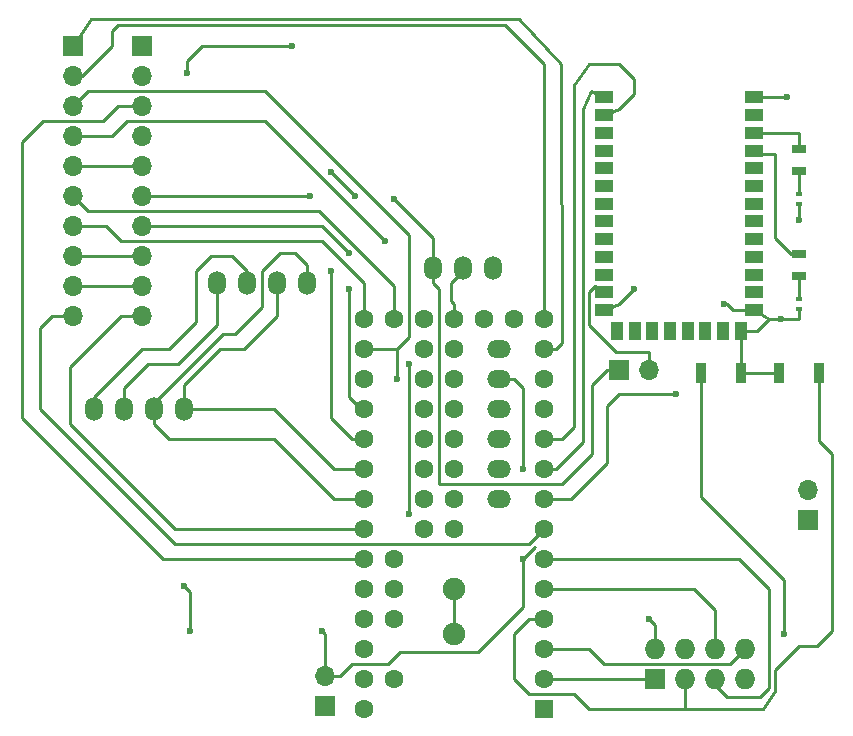
<source format=gbr>
G04 #@! TF.FileFunction,Copper,L1,Top,Signal*
%FSLAX46Y46*%
G04 Gerber Fmt 4.6, Leading zero omitted, Abs format (unit mm)*
G04 Created by KiCad (PCBNEW 4.0.7) date 04/18/18 00:39:05*
%MOMM*%
%LPD*%
G01*
G04 APERTURE LIST*
%ADD10C,0.100000*%
%ADD11O,1.524000X2.000000*%
%ADD12R,1.300000X0.700000*%
%ADD13C,1.600000*%
%ADD14R,1.600000X1.600000*%
%ADD15C,1.900000*%
%ADD16R,1.500000X1.000000*%
%ADD17R,1.000000X1.500000*%
%ADD18R,1.727200X1.727200*%
%ADD19O,1.727200X1.727200*%
%ADD20R,0.600000X0.400000*%
%ADD21R,1.700000X1.700000*%
%ADD22O,1.700000X1.700000*%
%ADD23R,0.900000X1.700000*%
%ADD24O,2.000000X1.524000*%
%ADD25C,0.600000*%
%ADD26C,0.250000*%
G04 APERTURE END LIST*
D10*
D11*
X150622000Y-82042000D03*
X148082000Y-82042000D03*
X145542000Y-82042000D03*
D12*
X176530000Y-80838000D03*
X176530000Y-82738000D03*
X176530000Y-71948000D03*
X176530000Y-73848000D03*
D13*
X147320000Y-86360000D03*
X144780000Y-86360000D03*
X142240000Y-86360000D03*
X139700000Y-86360000D03*
X149860000Y-86360000D03*
X152400000Y-86360000D03*
X154940000Y-86360000D03*
X139700000Y-88900000D03*
X139700000Y-91440000D03*
X139700000Y-93980000D03*
X139700000Y-96520000D03*
X139700000Y-99060000D03*
X139700000Y-101600000D03*
X139700000Y-104140000D03*
X139700000Y-106680000D03*
X139700000Y-109220000D03*
X139700000Y-111760000D03*
X139700000Y-114300000D03*
X139700000Y-116840000D03*
X139700000Y-119380000D03*
X142240000Y-116840000D03*
X142240000Y-111760000D03*
X142240000Y-109220000D03*
X142240000Y-106680000D03*
X154940000Y-88900000D03*
X154940000Y-91440000D03*
X154940000Y-93980000D03*
X154940000Y-96520000D03*
X154940000Y-99060000D03*
X154940000Y-101600000D03*
X154940000Y-104140000D03*
X154940000Y-106680000D03*
X154940000Y-109220000D03*
X154940000Y-111760000D03*
X154940000Y-114300000D03*
X154940000Y-116840000D03*
D14*
X154940000Y-119380000D03*
D13*
X147320000Y-104140000D03*
X147320000Y-101600000D03*
X147320000Y-99060000D03*
X147320000Y-96520000D03*
X147320000Y-93980000D03*
X147320000Y-91440000D03*
X147320000Y-88900000D03*
X144780000Y-88900000D03*
X144780000Y-91440000D03*
X144780000Y-93980000D03*
X144780000Y-96520000D03*
X144780000Y-99060000D03*
X144780000Y-101600000D03*
X144780000Y-104140000D03*
D15*
X147320000Y-109220000D03*
X147320000Y-113030000D03*
D16*
X160020000Y-67598000D03*
X160020000Y-69098000D03*
X160020000Y-70598000D03*
X160020000Y-72098000D03*
X160020000Y-73598000D03*
X160020000Y-75098000D03*
X160020000Y-76598000D03*
X160020000Y-78098000D03*
X160020000Y-79598000D03*
X160020000Y-81098000D03*
X160020000Y-82598000D03*
X160020000Y-84098000D03*
X160020000Y-85598000D03*
X172720000Y-85598000D03*
X172720000Y-84098000D03*
X172720000Y-82598000D03*
X172720000Y-81098000D03*
X172720000Y-79598000D03*
X172720000Y-78098000D03*
X172720000Y-76598000D03*
X172720000Y-75098000D03*
X172720000Y-73598000D03*
X172720000Y-72098000D03*
X172720000Y-70598000D03*
X172720000Y-69098000D03*
X172720000Y-67598000D03*
D17*
X161120000Y-87398000D03*
X162620000Y-87398000D03*
X164120000Y-87398000D03*
X165620000Y-87398000D03*
X167120000Y-87398000D03*
X168620000Y-87398000D03*
X170120000Y-87398000D03*
X171620000Y-87398000D03*
D18*
X164338000Y-116840000D03*
D19*
X164338000Y-114300000D03*
X166878000Y-116840000D03*
X166878000Y-114300000D03*
X169418000Y-116840000D03*
X169418000Y-114300000D03*
X171958000Y-116840000D03*
X171958000Y-114300000D03*
D20*
X176530000Y-85540000D03*
X176530000Y-84640000D03*
X176530000Y-76650000D03*
X176530000Y-75750000D03*
D11*
X116840000Y-93980000D03*
X119380000Y-93980000D03*
X121920000Y-93980000D03*
X124460000Y-93980000D03*
X134874000Y-83312000D03*
X132334000Y-83312000D03*
X129794000Y-83312000D03*
X127254000Y-83312000D03*
D21*
X115062000Y-63246000D03*
D22*
X115062000Y-65786000D03*
X115062000Y-68326000D03*
X115062000Y-70866000D03*
X115062000Y-73406000D03*
X115062000Y-75946000D03*
X115062000Y-78486000D03*
X115062000Y-81026000D03*
X115062000Y-83566000D03*
X115062000Y-86106000D03*
D21*
X120904000Y-63246000D03*
D22*
X120904000Y-65786000D03*
X120904000Y-68326000D03*
X120904000Y-70866000D03*
X120904000Y-73406000D03*
X120904000Y-75946000D03*
X120904000Y-78486000D03*
X120904000Y-81026000D03*
X120904000Y-83566000D03*
X120904000Y-86106000D03*
D21*
X161290000Y-90678000D03*
D22*
X163830000Y-90678000D03*
D21*
X177292000Y-103378000D03*
D22*
X177292000Y-100838000D03*
D21*
X136398000Y-119126000D03*
D22*
X136398000Y-116586000D03*
D23*
X178230000Y-90932000D03*
X174830000Y-90932000D03*
X168226000Y-90932000D03*
X171626000Y-90932000D03*
D24*
X151130000Y-88900000D03*
X151130000Y-91440000D03*
X151130000Y-93980000D03*
X151130000Y-96520000D03*
X151130000Y-99060000D03*
X151130000Y-101600000D03*
D25*
X124714000Y-65532000D03*
X133604000Y-63246000D03*
X124460000Y-108966000D03*
X124968000Y-112776000D03*
X175006000Y-86360000D03*
X176530000Y-77978000D03*
X163830000Y-111760000D03*
X170180000Y-85090000D03*
X162560000Y-83820000D03*
X154940000Y-119380000D03*
X175514000Y-67564000D03*
X166116000Y-92710000D03*
X136144000Y-112776000D03*
X153162000Y-106680000D03*
X142240000Y-76200000D03*
X138938000Y-75946000D03*
X136906000Y-73914000D03*
X142494000Y-91440000D03*
X141478000Y-79756000D03*
X143510000Y-90170000D03*
X143510000Y-102870000D03*
X153162000Y-99060000D03*
X135128000Y-75946000D03*
X136906000Y-82296000D03*
X138430000Y-83820000D03*
X138430000Y-80772000D03*
X175260000Y-113030000D03*
D26*
X174498000Y-72390000D02*
X173012000Y-72390000D01*
X173012000Y-72390000D02*
X172720000Y-72098000D01*
X176530000Y-80838000D02*
X175834000Y-80838000D01*
X174498000Y-79502000D02*
X174498000Y-72390000D01*
X175834000Y-80838000D02*
X174498000Y-79502000D01*
X171620000Y-87398000D02*
X172952000Y-87398000D01*
X172952000Y-87398000D02*
X172974000Y-87376000D01*
X171626000Y-90932000D02*
X171626000Y-87404000D01*
X171626000Y-87404000D02*
X171620000Y-87398000D01*
X171626000Y-90932000D02*
X174830000Y-90932000D01*
X164338000Y-114300000D02*
X164338000Y-112268000D01*
X164338000Y-112268000D02*
X163830000Y-111760000D01*
X163830000Y-111760000D02*
X164084000Y-112014000D01*
X170180000Y-85090000D02*
X170434000Y-85090000D01*
X170942000Y-85598000D02*
X172720000Y-85598000D01*
X170434000Y-85090000D02*
X170942000Y-85598000D01*
X124714000Y-64516000D02*
X124714000Y-65532000D01*
X125984000Y-63246000D02*
X124714000Y-64516000D01*
X133604000Y-63246000D02*
X125984000Y-63246000D01*
X124460000Y-108966000D02*
X124968000Y-109474000D01*
X124968000Y-109474000D02*
X124968000Y-112776000D01*
X115062000Y-81026000D02*
X120904000Y-81026000D01*
X115062000Y-73406000D02*
X120904000Y-73406000D01*
X119380000Y-93980000D02*
X119380000Y-92202000D01*
X127254000Y-86868000D02*
X127254000Y-83312000D01*
X123952000Y-90170000D02*
X127254000Y-86868000D01*
X121412000Y-90170000D02*
X123952000Y-90170000D01*
X119380000Y-92202000D02*
X121412000Y-90170000D01*
X148082000Y-82042000D02*
X148082000Y-82296000D01*
X148082000Y-82296000D02*
X147066000Y-83312000D01*
X147828000Y-82296000D02*
X148082000Y-82042000D01*
X147066000Y-84836000D02*
X147320000Y-85090000D01*
X147066000Y-83312000D02*
X147066000Y-84836000D01*
X176530000Y-76650000D02*
X176530000Y-77978000D01*
X173990000Y-86360000D02*
X172974000Y-87376000D01*
X164084000Y-112014000D02*
X163830000Y-111760000D01*
X176530000Y-85540000D02*
X176530000Y-86360000D01*
X176530000Y-86360000D02*
X175006000Y-86360000D01*
X175006000Y-86360000D02*
X173990000Y-86360000D01*
X172720000Y-85598000D02*
X173990000Y-86360000D01*
X160020000Y-85598000D02*
X161290000Y-85090000D01*
X161290000Y-85090000D02*
X162560000Y-83820000D01*
X147320000Y-85090000D02*
X147320000Y-86360000D01*
X124460000Y-93980000D02*
X124460000Y-91948000D01*
X132334000Y-86106000D02*
X132334000Y-83312000D01*
X129540000Y-88900000D02*
X132334000Y-86106000D01*
X127508000Y-88900000D02*
X129540000Y-88900000D01*
X124460000Y-91948000D02*
X127508000Y-88900000D01*
X124460000Y-93980000D02*
X132080000Y-93980000D01*
X137160000Y-99060000D02*
X139700000Y-99060000D01*
X132080000Y-93980000D02*
X137160000Y-99060000D01*
X121920000Y-93980000D02*
X121920000Y-93472000D01*
X121920000Y-93472000D02*
X127762000Y-87630000D01*
X134874000Y-81788000D02*
X134874000Y-83312000D01*
X133858000Y-80772000D02*
X134874000Y-81788000D01*
X132588000Y-80772000D02*
X133858000Y-80772000D01*
X131064000Y-82296000D02*
X132588000Y-80772000D01*
X131064000Y-85344000D02*
X131064000Y-82296000D01*
X128778000Y-87630000D02*
X131064000Y-85344000D01*
X127762000Y-87630000D02*
X128778000Y-87630000D01*
X121920000Y-93980000D02*
X121920000Y-95250000D01*
X137160000Y-101600000D02*
X139700000Y-101600000D01*
X132080000Y-96520000D02*
X137160000Y-101600000D01*
X123190000Y-96520000D02*
X132080000Y-96520000D01*
X121920000Y-95250000D02*
X123190000Y-96520000D01*
X154940000Y-96520000D02*
X156464000Y-96520000D01*
X157480000Y-95504000D02*
X157480000Y-94488000D01*
X156464000Y-96520000D02*
X157480000Y-95504000D01*
X157480000Y-94488000D02*
X157480000Y-94234000D01*
X161280000Y-68590000D02*
X160020000Y-69098000D01*
X162560000Y-67310000D02*
X161280000Y-68590000D01*
X162560000Y-66040000D02*
X162560000Y-67310000D01*
X161290000Y-64770000D02*
X162560000Y-66040000D01*
X158750000Y-64770000D02*
X161290000Y-64770000D01*
X157480000Y-66548000D02*
X158750000Y-64770000D01*
X157480000Y-94488000D02*
X157480000Y-94234000D01*
X157480000Y-94234000D02*
X157480000Y-66548000D01*
X154940000Y-99060000D02*
X155956000Y-99060000D01*
X158242000Y-96774000D02*
X158242000Y-95758000D01*
X155956000Y-99060000D02*
X158242000Y-96774000D01*
X158970000Y-67090000D02*
X158242000Y-68580000D01*
X158242000Y-68580000D02*
X158242000Y-96012000D01*
X160020000Y-67598000D02*
X158970000Y-67090000D01*
X158242000Y-95758000D02*
X158242000Y-96012000D01*
X154940000Y-101600000D02*
X157226000Y-101600000D01*
X175480000Y-67598000D02*
X172720000Y-67598000D01*
X175514000Y-67564000D02*
X175480000Y-67598000D01*
X161290000Y-92710000D02*
X166116000Y-92710000D01*
X160274000Y-93726000D02*
X161290000Y-92710000D01*
X160274000Y-98552000D02*
X160274000Y-93726000D01*
X157226000Y-101600000D02*
X160274000Y-98552000D01*
X171704000Y-118364000D02*
X173228000Y-118364000D01*
X173228000Y-118364000D02*
X173990000Y-117602000D01*
X171704000Y-118364000D02*
X171450000Y-118364000D01*
X169164000Y-117094000D02*
X170434000Y-118364000D01*
X170434000Y-118364000D02*
X171450000Y-118364000D01*
X169164000Y-117094000D02*
X169418000Y-116840000D01*
X173990000Y-117602000D02*
X173990000Y-109220000D01*
X173990000Y-109220000D02*
X171450000Y-106680000D01*
X171450000Y-106680000D02*
X154940000Y-106680000D01*
X170434000Y-115570000D02*
X170688000Y-115570000D01*
X170688000Y-115570000D02*
X170942000Y-115316000D01*
X171958000Y-114300000D02*
X170942000Y-115316000D01*
X170942000Y-115316000D02*
X170688000Y-115570000D01*
X154940000Y-114300000D02*
X158750000Y-114300000D01*
X160020000Y-115570000D02*
X170434000Y-115570000D01*
X158750000Y-114300000D02*
X160020000Y-115570000D01*
X154940000Y-116840000D02*
X164338000Y-116840000D01*
X147320000Y-109220000D02*
X147320000Y-113030000D01*
X176530000Y-82738000D02*
X176530000Y-84640000D01*
X172720000Y-70598000D02*
X176516000Y-70598000D01*
X176516000Y-70598000D02*
X176530000Y-70612000D01*
X176530000Y-70612000D02*
X176530000Y-71948000D01*
X176530000Y-73848000D02*
X176530000Y-75750000D01*
X136398000Y-116586000D02*
X136398000Y-113030000D01*
X136398000Y-113030000D02*
X136144000Y-112776000D01*
X136398000Y-116586000D02*
X137668000Y-116586000D01*
X153162000Y-110744000D02*
X153162000Y-106680000D01*
X149352000Y-114554000D02*
X153162000Y-110744000D01*
X142748000Y-114554000D02*
X149352000Y-114554000D01*
X141732000Y-115570000D02*
X142748000Y-114554000D01*
X138684000Y-115570000D02*
X141732000Y-115570000D01*
X137668000Y-116586000D02*
X138684000Y-115570000D01*
X153162000Y-106680000D02*
X154178000Y-105664000D01*
X154178000Y-105664000D02*
X153162000Y-106680000D01*
X115062000Y-83566000D02*
X120904000Y-83566000D01*
X145542000Y-79502000D02*
X145542000Y-82042000D01*
X142240000Y-76200000D02*
X145542000Y-79502000D01*
X136906000Y-73914000D02*
X138938000Y-75946000D01*
X145542000Y-82042000D02*
X145542000Y-83312000D01*
X145542000Y-83312000D02*
X146050000Y-83820000D01*
X146050000Y-83820000D02*
X146050000Y-100330000D01*
X146050000Y-100330000D02*
X156464000Y-100330000D01*
X156464000Y-100330000D02*
X159004000Y-97790000D01*
X159004000Y-97790000D02*
X159004000Y-91948000D01*
X159004000Y-91948000D02*
X160274000Y-90678000D01*
X160274000Y-90678000D02*
X161290000Y-90678000D01*
X116840000Y-93980000D02*
X116840000Y-92964000D01*
X129794000Y-82296000D02*
X129794000Y-83312000D01*
X128524000Y-81026000D02*
X129794000Y-82296000D01*
X126746000Y-81026000D02*
X128524000Y-81026000D01*
X125476000Y-82296000D02*
X126746000Y-81026000D01*
X125476000Y-86614000D02*
X125476000Y-82296000D01*
X123190000Y-88900000D02*
X125476000Y-86614000D01*
X120904000Y-88900000D02*
X123190000Y-88900000D01*
X116840000Y-92964000D02*
X120904000Y-88900000D01*
X142240000Y-86360000D02*
X142240000Y-83566000D01*
X116332000Y-77216000D02*
X115062000Y-75946000D01*
X135890000Y-77216000D02*
X116332000Y-77216000D01*
X142240000Y-83566000D02*
X135890000Y-77216000D01*
X115062000Y-78486000D02*
X117856000Y-78486000D01*
X139700000Y-83312000D02*
X139700000Y-86360000D01*
X136144000Y-79756000D02*
X139700000Y-83312000D01*
X119126000Y-79756000D02*
X136144000Y-79756000D01*
X117856000Y-78486000D02*
X119126000Y-79756000D01*
X115062000Y-65786000D02*
X115824000Y-65786000D01*
X115824000Y-65786000D02*
X118364000Y-63246000D01*
X118364000Y-63246000D02*
X118364000Y-61976000D01*
X118364000Y-61976000D02*
X118872000Y-61468000D01*
X118872000Y-61468000D02*
X151638000Y-61468000D01*
X151638000Y-61468000D02*
X154940000Y-64770000D01*
X154940000Y-64770000D02*
X154940000Y-86360000D01*
X142494000Y-91440000D02*
X142494000Y-88900000D01*
X139700000Y-88900000D02*
X139954000Y-88900000D01*
X139700000Y-88900000D02*
X142494000Y-88900000D01*
X116332000Y-67056000D02*
X115062000Y-68326000D01*
X131318000Y-67056000D02*
X116332000Y-67056000D01*
X143510000Y-79248000D02*
X131318000Y-67056000D01*
X143510000Y-87884000D02*
X143510000Y-79248000D01*
X142494000Y-88900000D02*
X143510000Y-87884000D01*
X115062000Y-70866000D02*
X118364000Y-70866000D01*
X131318000Y-69596000D02*
X141478000Y-79756000D01*
X119634000Y-69596000D02*
X131318000Y-69596000D01*
X118364000Y-70866000D02*
X119634000Y-69596000D01*
X120904000Y-86106000D02*
X119126000Y-86106000D01*
X123698000Y-104140000D02*
X139700000Y-104140000D01*
X114808000Y-95250000D02*
X123698000Y-104140000D01*
X114808000Y-90424000D02*
X114808000Y-95250000D01*
X119126000Y-86106000D02*
X114808000Y-90424000D01*
X154940000Y-88900000D02*
X155956000Y-88900000D01*
X116586016Y-60936094D02*
X115062000Y-63246000D01*
X152874981Y-60960319D02*
X116586016Y-60936094D01*
X156430965Y-64794225D02*
X152874981Y-60960319D01*
X156464000Y-88392000D02*
X156430965Y-64794225D01*
X155956000Y-88900000D02*
X156464000Y-88392000D01*
X115062000Y-86106000D02*
X113284000Y-86106000D01*
X153670000Y-105410000D02*
X154940000Y-104140000D01*
X123698000Y-105410000D02*
X153670000Y-105410000D01*
X112268000Y-93980000D02*
X123698000Y-105410000D01*
X112268000Y-87122000D02*
X112268000Y-93980000D01*
X113284000Y-86106000D02*
X112268000Y-87122000D01*
X163830000Y-90678000D02*
X163830000Y-89154000D01*
X163830000Y-90678000D02*
X163830000Y-90170000D01*
X163830000Y-89154000D02*
X161036000Y-89154000D01*
X159234000Y-83590000D02*
X160020000Y-84098000D01*
X158750000Y-84074000D02*
X159234000Y-83590000D01*
X158750000Y-86868000D02*
X158750000Y-84074000D01*
X161036000Y-89154000D02*
X158750000Y-86868000D01*
X143510000Y-90170000D02*
X143510000Y-102870000D01*
X139700000Y-106680000D02*
X122682000Y-106680000D01*
X118872000Y-68326000D02*
X120904000Y-68326000D01*
X117602000Y-69596000D02*
X118872000Y-68326000D01*
X112522000Y-69596000D02*
X117602000Y-69596000D01*
X110744000Y-71374000D02*
X112522000Y-69596000D01*
X110744000Y-94742000D02*
X110744000Y-71374000D01*
X122682000Y-106680000D02*
X110744000Y-94742000D01*
X151130000Y-91440000D02*
X152400000Y-91440000D01*
X153162000Y-92202000D02*
X153162000Y-99060000D01*
X152400000Y-91440000D02*
X153162000Y-92202000D01*
X139700000Y-96520000D02*
X138684000Y-96520000D01*
X135128000Y-75946000D02*
X120904000Y-75946000D01*
X136906000Y-94742000D02*
X136906000Y-82296000D01*
X138684000Y-96520000D02*
X136906000Y-94742000D01*
X139700000Y-93980000D02*
X139446000Y-93980000D01*
X139446000Y-93980000D02*
X138430000Y-92964000D01*
X138430000Y-92964000D02*
X138430000Y-83820000D01*
X138430000Y-80772000D02*
X136144000Y-78486000D01*
X136144000Y-78486000D02*
X120904000Y-78486000D01*
X178054261Y-114046000D02*
X178054261Y-114045739D01*
X178054261Y-114045739D02*
X179324000Y-112776000D01*
X166878000Y-116840000D02*
X166878000Y-119380000D01*
X178230000Y-90932000D02*
X178230000Y-96696000D01*
X179324000Y-97790000D02*
X179324000Y-112776000D01*
X178230000Y-96696000D02*
X179324000Y-97790000D01*
X178054261Y-114046000D02*
X176530000Y-114046000D01*
X176530000Y-114046000D02*
X174498000Y-116078000D01*
X174498000Y-116078000D02*
X174498000Y-117856000D01*
X174498000Y-117856000D02*
X173482000Y-119380000D01*
X173482000Y-119380000D02*
X166878000Y-119380000D01*
X166878000Y-119380000D02*
X165100000Y-119380000D01*
X154940000Y-111760000D02*
X153670000Y-111760000D01*
X158750000Y-119380000D02*
X165100000Y-119380000D01*
X157480000Y-118110000D02*
X158750000Y-119380000D01*
X153670000Y-118110000D02*
X157480000Y-118110000D01*
X152400000Y-116840000D02*
X153670000Y-118110000D01*
X152400000Y-113030000D02*
X152400000Y-116840000D01*
X153670000Y-111760000D02*
X152400000Y-113030000D01*
X168226000Y-90932000D02*
X168226000Y-101424000D01*
X175260000Y-108458000D02*
X175260000Y-113030000D01*
X168226000Y-101424000D02*
X175260000Y-108458000D01*
X169418000Y-114300000D02*
X169418000Y-110998000D01*
X154940000Y-109220000D02*
X167640000Y-109220000D01*
X167640000Y-109220000D02*
X169418000Y-110998000D01*
M02*

</source>
